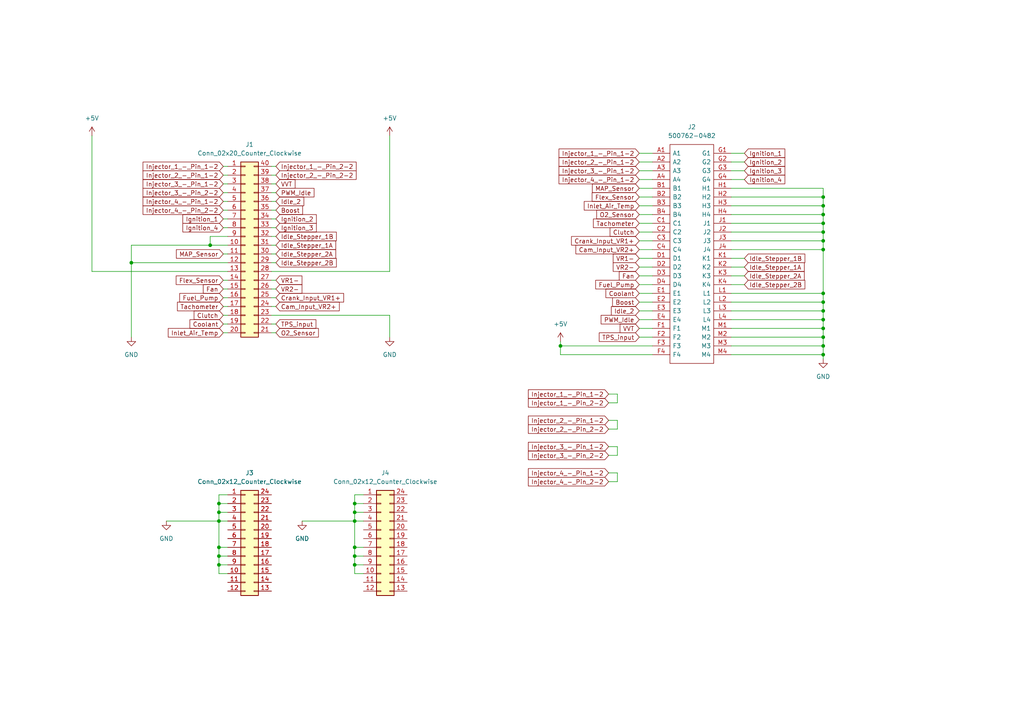
<source format=kicad_sch>
(kicad_sch (version 20210621) (generator eeschema)
  (paper "A4")
  (lib_symbols
    (symbol "Connector_Generic:Conn_02x12_Counter_Clockwise" (pin_names (offset 1.016) hide)
      (property "Reference" "J" (at 1.27 15.24 0))
      (property "Value" "Conn_02x12_Counter_Clockwise" (at 1.27 -17.78 0))
      (symbol "Conn_02x12_Counter_Clockwise_1_1"
        (rectangle (start -1.27 -15.113) (end 0 -15.367) (stroke (width 0.1524)))
        (rectangle (start -1.27 -12.573) (end 0 -12.827) (stroke (width 0.1524)))
        (rectangle (start -1.27 -10.033) (end 0 -10.287) (stroke (width 0.1524)))
        (rectangle (start -1.27 -7.493) (end 0 -7.747) (stroke (width 0.1524)))
        (rectangle (start -1.27 -4.953) (end 0 -5.207) (stroke (width 0.1524)))
        (rectangle (start -1.27 -2.413) (end 0 -2.667) (stroke (width 0.1524)))
        (rectangle (start -1.27 0.127) (end 0 -0.127) (stroke (width 0.1524)))
        (rectangle (start -1.27 2.667) (end 0 2.413) (stroke (width 0.1524)))
        (rectangle (start -1.27 5.207) (end 0 4.953) (stroke (width 0.1524)))
        (rectangle (start -1.27 7.747) (end 0 7.493) (stroke (width 0.1524)))
        (rectangle (start -1.27 10.287) (end 0 10.033) (stroke (width 0.1524)))
        (rectangle (start -1.27 12.827) (end 0 12.573) (stroke (width 0.1524)))
        (rectangle (start -1.27 13.97) (end 3.81 -16.51) (stroke (width 0.254)) (fill (type background)))
        (rectangle (start 3.81 -15.113) (end 2.54 -15.367) (stroke (width 0.1524)))
        (rectangle (start 3.81 -12.573) (end 2.54 -12.827) (stroke (width 0.1524)))
        (rectangle (start 3.81 -10.033) (end 2.54 -10.287) (stroke (width 0.1524)))
        (rectangle (start 3.81 -7.493) (end 2.54 -7.747) (stroke (width 0.1524)))
        (rectangle (start 3.81 -4.953) (end 2.54 -5.207) (stroke (width 0.1524)))
        (rectangle (start 3.81 -2.413) (end 2.54 -2.667) (stroke (width 0.1524)))
        (rectangle (start 3.81 0.127) (end 2.54 -0.127) (stroke (width 0.1524)))
        (rectangle (start 3.81 2.667) (end 2.54 2.413) (stroke (width 0.1524)))
        (rectangle (start 3.81 5.207) (end 2.54 4.953) (stroke (width 0.1524)))
        (rectangle (start 3.81 7.747) (end 2.54 7.493) (stroke (width 0.1524)))
        (rectangle (start 3.81 10.287) (end 2.54 10.033) (stroke (width 0.1524)))
        (rectangle (start 3.81 12.827) (end 2.54 12.573) (stroke (width 0.1524)))
        (pin passive line (at -5.08 12.7 0) (length 3.81) (name "Pin_1") (number "1"))
        (pin passive line (at -5.08 -10.16 0) (length 3.81) (name "Pin_10") (number "10"))
        (pin passive line (at -5.08 -12.7 0) (length 3.81) (name "Pin_11") (number "11"))
        (pin passive line (at -5.08 -15.24 0) (length 3.81) (name "Pin_12") (number "12"))
        (pin passive line (at 7.62 -15.24 180) (length 3.81) (name "Pin_13") (number "13"))
        (pin passive line (at 7.62 -12.7 180) (length 3.81) (name "Pin_14") (number "14"))
        (pin passive line (at 7.62 -10.16 180) (length 3.81) (name "Pin_15") (number "15"))
        (pin passive line (at 7.62 -7.62 180) (length 3.81) (name "Pin_16") (number "16"))
        (pin passive line (at 7.62 -5.08 180) (length 3.81) (name "Pin_17") (number "17"))
        (pin passive line (at 7.62 -2.54 180) (length 3.81) (name "Pin_18") (number "18"))
        (pin passive line (at 7.62 0 180) (length 3.81) (name "Pin_19") (number "19"))
        (pin passive line (at -5.08 10.16 0) (length 3.81) (name "Pin_2") (number "2"))
        (pin passive line (at 7.62 2.54 180) (length 3.81) (name "Pin_20") (number "20"))
        (pin passive line (at 7.62 5.08 180) (length 3.81) (name "Pin_21") (number "21"))
        (pin passive line (at 7.62 7.62 180) (length 3.81) (name "Pin_22") (number "22"))
        (pin passive line (at 7.62 10.16 180) (length 3.81) (name "Pin_23") (number "23"))
        (pin passive line (at 7.62 12.7 180) (length 3.81) (name "Pin_24") (number "24"))
        (pin passive line (at -5.08 7.62 0) (length 3.81) (name "Pin_3") (number "3"))
        (pin passive line (at -5.08 5.08 0) (length 3.81) (name "Pin_4") (number "4"))
        (pin passive line (at -5.08 2.54 0) (length 3.81) (name "Pin_5") (number "5"))
        (pin passive line (at -5.08 0 0) (length 3.81) (name "Pin_6") (number "6"))
        (pin passive line (at -5.08 -2.54 0) (length 3.81) (name "Pin_7") (number "7"))
        (pin passive line (at -5.08 -5.08 0) (length 3.81) (name "Pin_8") (number "8"))
        (pin passive line (at -5.08 -7.62 0) (length 3.81) (name "Pin_9") (number "9"))
      )
    )
    (symbol "Connector_Generic:Conn_02x20_Counter_Clockwise" (pin_names (offset 1.016) hide)
      (property "Reference" "J" (at 1.27 25.4 0))
      (property "Value" "Conn_02x20_Counter_Clockwise" (at 1.27 -27.94 0))
      (symbol "Conn_02x20_Counter_Clockwise_1_1"
        (rectangle (start -1.27 -25.273) (end 0 -25.527) (stroke (width 0.1524)))
        (rectangle (start -1.27 -22.733) (end 0 -22.987) (stroke (width 0.1524)))
        (rectangle (start -1.27 -20.193) (end 0 -20.447) (stroke (width 0.1524)))
        (rectangle (start -1.27 -17.653) (end 0 -17.907) (stroke (width 0.1524)))
        (rectangle (start -1.27 -15.113) (end 0 -15.367) (stroke (width 0.1524)))
        (rectangle (start -1.27 -12.573) (end 0 -12.827) (stroke (width 0.1524)))
        (rectangle (start -1.27 -10.033) (end 0 -10.287) (stroke (width 0.1524)))
        (rectangle (start -1.27 -7.493) (end 0 -7.747) (stroke (width 0.1524)))
        (rectangle (start -1.27 -4.953) (end 0 -5.207) (stroke (width 0.1524)))
        (rectangle (start -1.27 -2.413) (end 0 -2.667) (stroke (width 0.1524)))
        (rectangle (start -1.27 0.127) (end 0 -0.127) (stroke (width 0.1524)))
        (rectangle (start -1.27 2.667) (end 0 2.413) (stroke (width 0.1524)))
        (rectangle (start -1.27 5.207) (end 0 4.953) (stroke (width 0.1524)))
        (rectangle (start -1.27 7.747) (end 0 7.493) (stroke (width 0.1524)))
        (rectangle (start -1.27 10.287) (end 0 10.033) (stroke (width 0.1524)))
        (rectangle (start -1.27 12.827) (end 0 12.573) (stroke (width 0.1524)))
        (rectangle (start -1.27 15.367) (end 0 15.113) (stroke (width 0.1524)))
        (rectangle (start -1.27 17.907) (end 0 17.653) (stroke (width 0.1524)))
        (rectangle (start -1.27 20.447) (end 0 20.193) (stroke (width 0.1524)))
        (rectangle (start -1.27 22.987) (end 0 22.733) (stroke (width 0.1524)))
        (rectangle (start -1.27 24.13) (end 3.81 -26.67) (stroke (width 0.254)) (fill (type background)))
        (rectangle (start 3.81 -25.273) (end 2.54 -25.527) (stroke (width 0.1524)))
        (rectangle (start 3.81 -22.733) (end 2.54 -22.987) (stroke (width 0.1524)))
        (rectangle (start 3.81 -20.193) (end 2.54 -20.447) (stroke (width 0.1524)))
        (rectangle (start 3.81 -17.653) (end 2.54 -17.907) (stroke (width 0.1524)))
        (rectangle (start 3.81 -15.113) (end 2.54 -15.367) (stroke (width 0.1524)))
        (rectangle (start 3.81 -12.573) (end 2.54 -12.827) (stroke (width 0.1524)))
        (rectangle (start 3.81 -10.033) (end 2.54 -10.287) (stroke (width 0.1524)))
        (rectangle (start 3.81 -7.493) (end 2.54 -7.747) (stroke (width 0.1524)))
        (rectangle (start 3.81 -4.953) (end 2.54 -5.207) (stroke (width 0.1524)))
        (rectangle (start 3.81 -2.413) (end 2.54 -2.667) (stroke (width 0.1524)))
        (rectangle (start 3.81 0.127) (end 2.54 -0.127) (stroke (width 0.1524)))
        (rectangle (start 3.81 2.667) (end 2.54 2.413) (stroke (width 0.1524)))
        (rectangle (start 3.81 5.207) (end 2.54 4.953) (stroke (width 0.1524)))
        (rectangle (start 3.81 7.747) (end 2.54 7.493) (stroke (width 0.1524)))
        (rectangle (start 3.81 10.287) (end 2.54 10.033) (stroke (width 0.1524)))
        (rectangle (start 3.81 12.827) (end 2.54 12.573) (stroke (width 0.1524)))
        (rectangle (start 3.81 15.367) (end 2.54 15.113) (stroke (width 0.1524)))
        (rectangle (start 3.81 17.907) (end 2.54 17.653) (stroke (width 0.1524)))
        (rectangle (start 3.81 20.447) (end 2.54 20.193) (stroke (width 0.1524)))
        (rectangle (start 3.81 22.987) (end 2.54 22.733) (stroke (width 0.1524)))
        (pin passive line (at -5.08 22.86 0) (length 3.81) (name "Pin_1") (number "1"))
        (pin passive line (at -5.08 0 0) (length 3.81) (name "Pin_10") (number "10"))
        (pin passive line (at -5.08 -2.54 0) (length 3.81) (name "Pin_11") (number "11"))
        (pin passive line (at -5.08 -5.08 0) (length 3.81) (name "Pin_12") (number "12"))
        (pin passive line (at -5.08 -7.62 0) (length 3.81) (name "Pin_13") (number "13"))
        (pin passive line (at -5.08 -10.16 0) (length 3.81) (name "Pin_14") (number "14"))
        (pin passive line (at -5.08 -12.7 0) (length 3.81) (name "Pin_15") (number "15"))
        (pin passive line (at -5.08 -15.24 0) (length 3.81) (name "Pin_16") (number "16"))
        (pin passive line (at -5.08 -17.78 0) (length 3.81) (name "Pin_17") (number "17"))
        (pin passive line (at -5.08 -20.32 0) (length 3.81) (name "Pin_18") (number "18"))
        (pin passive line (at -5.08 -22.86 0) (length 3.81) (name "Pin_19") (number "19"))
        (pin passive line (at -5.08 20.32 0) (length 3.81) (name "Pin_2") (number "2"))
        (pin passive line (at -5.08 -25.4 0) (length 3.81) (name "Pin_20") (number "20"))
        (pin passive line (at 7.62 -25.4 180) (length 3.81) (name "Pin_21") (number "21"))
        (pin passive line (at 7.62 -22.86 180) (length 3.81) (name "Pin_22") (number "22"))
        (pin passive line (at 7.62 -20.32 180) (length 3.81) (name "Pin_23") (number "23"))
        (pin passive line (at 7.62 -17.78 180) (length 3.81) (name "Pin_24") (number "24"))
        (pin passive line (at 7.62 -15.24 180) (length 3.81) (name "Pin_25") (number "25"))
        (pin passive line (at 7.62 -12.7 180) (length 3.81) (name "Pin_26") (number "26"))
        (pin passive line (at 7.62 -10.16 180) (length 3.81) (name "Pin_27") (number "27"))
        (pin passive line (at 7.62 -7.62 180) (length 3.81) (name "Pin_28") (number "28"))
        (pin passive line (at 7.62 -5.08 180) (length 3.81) (name "Pin_29") (number "29"))
        (pin passive line (at -5.08 17.78 0) (length 3.81) (name "Pin_3") (number "3"))
        (pin passive line (at 7.62 -2.54 180) (length 3.81) (name "Pin_30") (number "30"))
        (pin passive line (at 7.62 0 180) (length 3.81) (name "Pin_31") (number "31"))
        (pin passive line (at 7.62 2.54 180) (length 3.81) (name "Pin_32") (number "32"))
        (pin passive line (at 7.62 5.08 180) (length 3.81) (name "Pin_33") (number "33"))
        (pin passive line (at 7.62 7.62 180) (length 3.81) (name "Pin_34") (number "34"))
        (pin passive line (at 7.62 10.16 180) (length 3.81) (name "Pin_35") (number "35"))
        (pin passive line (at 7.62 12.7 180) (length 3.81) (name "Pin_36") (number "36"))
        (pin passive line (at 7.62 15.24 180) (length 3.81) (name "Pin_37") (number "37"))
        (pin passive line (at 7.62 17.78 180) (length 3.81) (name "Pin_38") (number "38"))
        (pin passive line (at 7.62 20.32 180) (length 3.81) (name "Pin_39") (number "39"))
        (pin passive line (at -5.08 15.24 0) (length 3.81) (name "Pin_4") (number "4"))
        (pin passive line (at 7.62 22.86 180) (length 3.81) (name "Pin_40") (number "40"))
        (pin passive line (at -5.08 12.7 0) (length 3.81) (name "Pin_5") (number "5"))
        (pin passive line (at -5.08 10.16 0) (length 3.81) (name "Pin_6") (number "6"))
        (pin passive line (at -5.08 7.62 0) (length 3.81) (name "Pin_7") (number "7"))
        (pin passive line (at -5.08 5.08 0) (length 3.81) (name "Pin_8") (number "8"))
        (pin passive line (at -5.08 2.54 0) (length 3.81) (name "Pin_9") (number "9"))
      )
    )
    (symbol "SamacSys_Parts:500762-0482" (pin_names (offset 0.762))
      (property "Reference" "J" (at 19.05 7.62 0))
      (property "Value" "500762-0482" (at 19.05 5.08 0))
      (symbol "500762-0482_0_0"
        (pin passive line (at 0 0 0) (length 5.08) (name "A1") (number "A1"))
        (pin passive line (at 0 -2.54 0) (length 5.08) (name "A2") (number "A2"))
        (pin passive line (at 0 -5.08 0) (length 5.08) (name "A3") (number "A3"))
        (pin passive line (at 0 -7.62 0) (length 5.08) (name "A4") (number "A4"))
        (pin passive line (at 0 -10.16 0) (length 5.08) (name "B1") (number "B1"))
        (pin passive line (at 0 -12.7 0) (length 5.08) (name "B2") (number "B2"))
        (pin passive line (at 0 -15.24 0) (length 5.08) (name "B3") (number "B3"))
        (pin passive line (at 0 -17.78 0) (length 5.08) (name "B4") (number "B4"))
        (pin passive line (at 0 -20.32 0) (length 5.08) (name "C1") (number "C1"))
        (pin passive line (at 0 -22.86 0) (length 5.08) (name "C2") (number "C2"))
        (pin passive line (at 0 -25.4 0) (length 5.08) (name "C3") (number "C3"))
        (pin passive line (at 0 -27.94 0) (length 5.08) (name "C4") (number "C4"))
        (pin passive line (at 0 -30.48 0) (length 5.08) (name "D1") (number "D1"))
        (pin passive line (at 0 -33.02 0) (length 5.08) (name "D2") (number "D2"))
        (pin passive line (at 0 -35.56 0) (length 5.08) (name "D3") (number "D3"))
        (pin passive line (at 0 -38.1 0) (length 5.08) (name "D4") (number "D4"))
        (pin passive line (at 0 -40.64 0) (length 5.08) (name "E1") (number "E1"))
        (pin passive line (at 0 -43.18 0) (length 5.08) (name "E2") (number "E2"))
        (pin passive line (at 0 -45.72 0) (length 5.08) (name "E3") (number "E3"))
        (pin passive line (at 0 -48.26 0) (length 5.08) (name "E4") (number "E4"))
        (pin passive line (at 0 -50.8 0) (length 5.08) (name "F1") (number "F1"))
        (pin passive line (at 0 -53.34 0) (length 5.08) (name "F2") (number "F2"))
        (pin passive line (at 0 -55.88 0) (length 5.08) (name "F3") (number "F3"))
        (pin passive line (at 0 -58.42 0) (length 5.08) (name "F4") (number "F4"))
        (pin passive line (at 22.86 0 180) (length 5.08) (name "G1") (number "G1"))
        (pin passive line (at 22.86 -2.54 180) (length 5.08) (name "G2") (number "G2"))
        (pin passive line (at 22.86 -5.08 180) (length 5.08) (name "G3") (number "G3"))
        (pin passive line (at 22.86 -7.62 180) (length 5.08) (name "G4") (number "G4"))
        (pin passive line (at 22.86 -10.16 180) (length 5.08) (name "H1") (number "H1"))
        (pin passive line (at 22.86 -12.7 180) (length 5.08) (name "H2") (number "H2"))
        (pin passive line (at 22.86 -15.24 180) (length 5.08) (name "H3") (number "H3"))
        (pin passive line (at 22.86 -17.78 180) (length 5.08) (name "H4") (number "H4"))
        (pin passive line (at 22.86 -20.32 180) (length 5.08) (name "J1") (number "J1"))
        (pin passive line (at 22.86 -22.86 180) (length 5.08) (name "J2") (number "J2"))
        (pin passive line (at 22.86 -25.4 180) (length 5.08) (name "J3") (number "J3"))
        (pin passive line (at 22.86 -27.94 180) (length 5.08) (name "J4") (number "J4"))
        (pin passive line (at 22.86 -30.48 180) (length 5.08) (name "K1") (number "K1"))
        (pin passive line (at 22.86 -33.02 180) (length 5.08) (name "K2") (number "K2"))
        (pin passive line (at 22.86 -35.56 180) (length 5.08) (name "K3") (number "K3"))
        (pin passive line (at 22.86 -38.1 180) (length 5.08) (name "K4") (number "K4"))
        (pin passive line (at 22.86 -40.64 180) (length 5.08) (name "L1") (number "L1"))
        (pin passive line (at 22.86 -43.18 180) (length 5.08) (name "L2") (number "L2"))
        (pin passive line (at 22.86 -45.72 180) (length 5.08) (name "L3") (number "L3"))
        (pin passive line (at 22.86 -48.26 180) (length 5.08) (name "L4") (number "L4"))
        (pin passive line (at 22.86 -50.8 180) (length 5.08) (name "M1") (number "M1"))
        (pin passive line (at 22.86 -53.34 180) (length 5.08) (name "M2") (number "M2"))
        (pin passive line (at 22.86 -55.88 180) (length 5.08) (name "M3") (number "M3"))
        (pin passive line (at 22.86 -58.42 180) (length 5.08) (name "M4") (number "M4"))
      )
      (symbol "500762-0482_0_1"
        (polyline (pts (xy 5.08 2.54) (xy 17.78 2.54) (xy 17.78 -60.96) (xy 5.08 -60.96) (xy 5.08 2.54)) (stroke (width 0.1524)))
      )
    )
    (symbol "power:+5V" (power) (pin_names (offset 0))
      (property "Value" "+5V" (at 0 3.556 0))
      (symbol "+5V_0_1"
        (polyline (pts (xy -0.762 1.27) (xy 0 2.54)))
        (polyline (pts (xy 0 0) (xy 0 2.54)))
        (polyline (pts (xy 0 2.54) (xy 0.762 1.27)))
      )
      (symbol "+5V_1_1"
        (pin power_in line (at 0 0 90) (length 0) hide (name "+5V") (number "1"))
      )
    )
    (symbol "power:GND" (power) (pin_names (offset 0))
      (property "Value" "GND" (at 0 -3.81 0))
      (symbol "GND_0_1"
        (polyline (pts (xy 0 0) (xy 0 -1.27) (xy 1.27 -1.27) (xy 0 -2.54) (xy -1.27 -1.27) (xy 0 -1.27)))
      )
      (symbol "GND_1_1"
        (pin power_in line (at 0 0 270) (length 0) hide (name "GND") (number "1"))
      )
    )
  )
  (junction (at 102.87 161.29))
  (junction (at 102.87 146.05))
  (junction (at 63.5 161.29))
  (junction (at 60.96 71.12))
  (junction (at 238.76 102.87))
  (junction (at 102.87 163.83))
  (junction (at 238.76 90.17))
  (junction (at 63.5 163.83))
  (junction (at 238.76 87.63))
  (junction (at 238.76 64.77))
  (junction (at 38.1 76.2))
  (junction (at 63.5 158.75))
  (junction (at 238.76 72.39))
  (junction (at 238.76 69.85))
  (junction (at 238.76 57.15))
  (junction (at 63.5 148.59))
  (junction (at 238.76 67.31))
  (junction (at 238.76 92.71))
  (junction (at 238.76 95.25))
  (junction (at 102.87 151.13))
  (junction (at 102.87 158.75))
  (junction (at 63.5 146.05))
  (junction (at 238.76 100.33))
  (junction (at 162.56 100.33))
  (junction (at 238.76 59.69))
  (junction (at 63.5 151.13))
  (junction (at 102.87 148.59))
  (junction (at 238.76 97.79))
  (junction (at 238.76 62.23))
  (junction (at 238.76 85.09))
  (wire (pts (xy 64.77 48.26) (xy 66.04 48.26)))
  (wire (pts (xy 212.09 57.15) (xy 238.76 57.15)))
  (wire (pts (xy 64.77 53.34) (xy 66.04 53.34)))
  (wire (pts (xy 63.5 146.05) (xy 66.04 146.05)))
  (wire (pts (xy 212.09 69.85) (xy 238.76 69.85)))
  (wire (pts (xy 66.04 68.58) (xy 60.96 68.58)))
  (wire (pts (xy 60.96 71.12) (xy 38.1 71.12)))
  (wire (pts (xy 38.1 71.12) (xy 38.1 76.2)))
  (wire (pts (xy 60.96 68.58) (xy 60.96 71.12)))
  (wire (pts (xy 102.87 151.13) (xy 102.87 148.59)))
  (wire (pts (xy 102.87 151.13) (xy 105.41 151.13)))
  (wire (pts (xy 212.09 52.07) (xy 215.9 52.07)))
  (wire (pts (xy 185.42 67.31) (xy 189.23 67.31)))
  (wire (pts (xy 162.56 100.33) (xy 162.56 102.87)))
  (wire (pts (xy 162.56 99.06) (xy 162.56 100.33)))
  (wire (pts (xy 189.23 100.33) (xy 162.56 100.33)))
  (wire (pts (xy 78.74 55.88) (xy 80.01 55.88)))
  (wire (pts (xy 185.42 52.07) (xy 189.23 52.07)))
  (wire (pts (xy 212.09 44.45) (xy 215.9 44.45)))
  (wire (pts (xy 102.87 146.05) (xy 105.41 146.05)))
  (wire (pts (xy 78.74 60.96) (xy 80.01 60.96)))
  (wire (pts (xy 78.74 53.34) (xy 80.01 53.34)))
  (wire (pts (xy 105.41 166.37) (xy 102.87 166.37)))
  (wire (pts (xy 102.87 163.83) (xy 102.87 166.37)))
  (wire (pts (xy 102.87 161.29) (xy 102.87 163.83)))
  (wire (pts (xy 64.77 55.88) (xy 66.04 55.88)))
  (wire (pts (xy 63.5 163.83) (xy 66.04 163.83)))
  (wire (pts (xy 78.74 71.12) (xy 80.01 71.12)))
  (wire (pts (xy 212.09 80.01) (xy 215.9 80.01)))
  (wire (pts (xy 212.09 64.77) (xy 238.76 64.77)))
  (wire (pts (xy 63.5 158.75) (xy 66.04 158.75)))
  (wire (pts (xy 185.42 87.63) (xy 189.23 87.63)))
  (wire (pts (xy 212.09 85.09) (xy 238.76 85.09)))
  (wire (pts (xy 238.76 67.31) (xy 238.76 69.85)))
  (wire (pts (xy 238.76 69.85) (xy 238.76 72.39)))
  (wire (pts (xy 238.76 59.69) (xy 238.76 62.23)))
  (wire (pts (xy 238.76 62.23) (xy 238.76 64.77)))
  (wire (pts (xy 238.76 64.77) (xy 238.76 67.31)))
  (wire (pts (xy 238.76 57.15) (xy 238.76 59.69)))
  (wire (pts (xy 212.09 54.61) (xy 238.76 54.61)))
  (wire (pts (xy 238.76 54.61) (xy 238.76 57.15)))
  (wire (pts (xy 189.23 102.87) (xy 162.56 102.87)))
  (wire (pts (xy 102.87 143.51) (xy 105.41 143.51)))
  (wire (pts (xy 185.42 77.47) (xy 189.23 77.47)))
  (wire (pts (xy 212.09 67.31) (xy 238.76 67.31)))
  (wire (pts (xy 78.74 83.82) (xy 80.01 83.82)))
  (wire (pts (xy 102.87 146.05) (xy 102.87 143.51)))
  (wire (pts (xy 64.77 86.36) (xy 66.04 86.36)))
  (wire (pts (xy 176.53 114.3) (xy 179.07 114.3)))
  (wire (pts (xy 179.07 114.3) (xy 179.07 116.84)))
  (wire (pts (xy 176.53 116.84) (xy 179.07 116.84)))
  (wire (pts (xy 64.77 91.44) (xy 66.04 91.44)))
  (wire (pts (xy 64.77 93.98) (xy 66.04 93.98)))
  (wire (pts (xy 185.42 44.45) (xy 189.23 44.45)))
  (wire (pts (xy 212.09 90.17) (xy 238.76 90.17)))
  (wire (pts (xy 185.42 59.69) (xy 189.23 59.69)))
  (wire (pts (xy 185.42 82.55) (xy 189.23 82.55)))
  (wire (pts (xy 212.09 95.25) (xy 238.76 95.25)))
  (wire (pts (xy 212.09 82.55) (xy 215.9 82.55)))
  (wire (pts (xy 212.09 49.53) (xy 215.9 49.53)))
  (wire (pts (xy 212.09 62.23) (xy 238.76 62.23)))
  (wire (pts (xy 63.5 148.59) (xy 66.04 148.59)))
  (wire (pts (xy 185.42 57.15) (xy 189.23 57.15)))
  (wire (pts (xy 212.09 92.71) (xy 238.76 92.71)))
  (wire (pts (xy 87.63 151.13) (xy 102.87 151.13)))
  (wire (pts (xy 212.09 46.99) (xy 215.9 46.99)))
  (wire (pts (xy 102.87 148.59) (xy 102.87 146.05)))
  (wire (pts (xy 78.74 48.26) (xy 80.01 48.26)))
  (wire (pts (xy 212.09 100.33) (xy 238.76 100.33)))
  (wire (pts (xy 78.74 96.52) (xy 80.01 96.52)))
  (wire (pts (xy 64.77 83.82) (xy 66.04 83.82)))
  (wire (pts (xy 212.09 97.79) (xy 238.76 97.79)))
  (wire (pts (xy 64.77 96.52) (xy 66.04 96.52)))
  (wire (pts (xy 185.42 90.17) (xy 189.23 90.17)))
  (wire (pts (xy 176.53 121.92) (xy 179.07 121.92)))
  (wire (pts (xy 179.07 121.92) (xy 179.07 124.46)))
  (wire (pts (xy 176.53 124.46) (xy 179.07 124.46)))
  (wire (pts (xy 185.42 95.25) (xy 189.23 95.25)))
  (wire (pts (xy 185.42 92.71) (xy 189.23 92.71)))
  (wire (pts (xy 212.09 87.63) (xy 238.76 87.63)))
  (wire (pts (xy 38.1 76.2) (xy 66.04 76.2)))
  (wire (pts (xy 78.74 66.04) (xy 80.01 66.04)))
  (wire (pts (xy 185.42 64.77) (xy 189.23 64.77)))
  (wire (pts (xy 238.76 97.79) (xy 238.76 100.33)))
  (wire (pts (xy 238.76 95.25) (xy 238.76 97.79)))
  (wire (pts (xy 238.76 100.33) (xy 238.76 102.87)))
  (wire (pts (xy 212.09 102.87) (xy 238.76 102.87)))
  (wire (pts (xy 212.09 59.69) (xy 238.76 59.69)))
  (wire (pts (xy 78.74 88.9) (xy 80.01 88.9)))
  (wire (pts (xy 185.42 62.23) (xy 189.23 62.23)))
  (wire (pts (xy 64.77 50.8) (xy 66.04 50.8)))
  (wire (pts (xy 64.77 58.42) (xy 66.04 58.42)))
  (wire (pts (xy 78.74 63.5) (xy 80.01 63.5)))
  (wire (pts (xy 102.87 151.13) (xy 102.87 158.75)))
  (wire (pts (xy 105.41 158.75) (xy 102.87 158.75)))
  (wire (pts (xy 78.74 81.28) (xy 80.01 81.28)))
  (wire (pts (xy 185.42 69.85) (xy 189.23 69.85)))
  (wire (pts (xy 66.04 166.37) (xy 63.5 166.37)))
  (wire (pts (xy 63.5 163.83) (xy 63.5 166.37)))
  (wire (pts (xy 63.5 161.29) (xy 63.5 163.83)))
  (wire (pts (xy 64.77 88.9) (xy 66.04 88.9)))
  (wire (pts (xy 113.03 91.44) (xy 78.74 91.44)))
  (wire (pts (xy 113.03 97.79) (xy 113.03 91.44)))
  (wire (pts (xy 64.77 66.04) (xy 66.04 66.04)))
  (wire (pts (xy 78.74 50.8) (xy 80.01 50.8)))
  (wire (pts (xy 60.96 71.12) (xy 66.04 71.12)))
  (wire (pts (xy 176.53 139.7) (xy 179.07 139.7)))
  (wire (pts (xy 176.53 137.16) (xy 179.07 137.16)))
  (wire (pts (xy 179.07 137.16) (xy 179.07 139.7)))
  (wire (pts (xy 113.03 39.37) (xy 113.03 78.74)))
  (wire (pts (xy 113.03 78.74) (xy 78.74 78.74)))
  (wire (pts (xy 63.5 158.75) (xy 63.5 151.13)))
  (wire (pts (xy 63.5 161.29) (xy 63.5 158.75)))
  (wire (pts (xy 66.04 161.29) (xy 63.5 161.29)))
  (wire (pts (xy 185.42 85.09) (xy 189.23 85.09)))
  (wire (pts (xy 185.42 49.53) (xy 189.23 49.53)))
  (wire (pts (xy 212.09 77.47) (xy 215.9 77.47)))
  (wire (pts (xy 185.42 72.39) (xy 189.23 72.39)))
  (wire (pts (xy 185.42 97.79) (xy 189.23 97.79)))
  (wire (pts (xy 64.77 63.5) (xy 66.04 63.5)))
  (wire (pts (xy 105.41 161.29) (xy 102.87 161.29)))
  (wire (pts (xy 102.87 161.29) (xy 102.87 158.75)))
  (wire (pts (xy 78.74 76.2) (xy 80.01 76.2)))
  (wire (pts (xy 64.77 81.28) (xy 66.04 81.28)))
  (wire (pts (xy 78.74 93.98) (xy 80.01 93.98)))
  (wire (pts (xy 78.74 68.58) (xy 80.01 68.58)))
  (wire (pts (xy 78.74 86.36) (xy 80.01 86.36)))
  (wire (pts (xy 179.07 129.54) (xy 179.07 132.08)))
  (wire (pts (xy 176.53 132.08) (xy 179.07 132.08)))
  (wire (pts (xy 176.53 129.54) (xy 179.07 129.54)))
  (wire (pts (xy 64.77 73.66) (xy 66.04 73.66)))
  (wire (pts (xy 185.42 80.01) (xy 189.23 80.01)))
  (wire (pts (xy 238.76 90.17) (xy 238.76 92.71)))
  (wire (pts (xy 238.76 87.63) (xy 238.76 90.17)))
  (wire (pts (xy 238.76 85.09) (xy 238.76 87.63)))
  (wire (pts (xy 238.76 92.71) (xy 238.76 95.25)))
  (wire (pts (xy 238.76 104.14) (xy 238.76 102.87)))
  (wire (pts (xy 38.1 97.79) (xy 38.1 76.2)))
  (wire (pts (xy 185.42 74.93) (xy 189.23 74.93)))
  (wire (pts (xy 185.42 54.61) (xy 189.23 54.61)))
  (wire (pts (xy 102.87 148.59) (xy 105.41 148.59)))
  (wire (pts (xy 212.09 74.93) (xy 215.9 74.93)))
  (wire (pts (xy 63.5 146.05) (xy 63.5 143.51)))
  (wire (pts (xy 63.5 148.59) (xy 63.5 146.05)))
  (wire (pts (xy 48.26 151.13) (xy 63.5 151.13)))
  (wire (pts (xy 63.5 143.51) (xy 66.04 143.51)))
  (wire (pts (xy 63.5 151.13) (xy 63.5 148.59)))
  (wire (pts (xy 102.87 163.83) (xy 105.41 163.83)))
  (wire (pts (xy 64.77 60.96) (xy 66.04 60.96)))
  (wire (pts (xy 238.76 72.39) (xy 238.76 85.09)))
  (wire (pts (xy 212.09 72.39) (xy 238.76 72.39)))
  (wire (pts (xy 185.42 46.99) (xy 189.23 46.99)))
  (wire (pts (xy 66.04 78.74) (xy 26.67 78.74)))
  (wire (pts (xy 26.67 78.74) (xy 26.67 39.37)))
  (wire (pts (xy 78.74 58.42) (xy 80.01 58.42)))
  (wire (pts (xy 78.74 73.66) (xy 80.01 73.66)))
  (wire (pts (xy 63.5 151.13) (xy 66.04 151.13)))
  (global_label "MAP_Sensor" (shape input) (at 64.77 73.66 180) (property "Intersheet References" "${INTERSHEET_REFS}" (effects hide)))
  (global_label "Crank_Input_VR1+" (shape input) (at 185.42 69.85 180) (property "Intersheet References" "${INTERSHEET_REFS}" (effects hide)))
  (global_label "Fuel_Pump" (shape input) (at 64.77 86.36 180) (property "Intersheet References" "${INTERSHEET_REFS}" (effects hide)))
  (global_label "Injector_3_-_Pin_2-2" (shape input) (at 176.53 132.08 180) (property "Intersheet References" "${INTERSHEET_REFS}" (effects hide)))
  (global_label "Ignition_2" (shape input) (at 80.01 63.5 0) (property "Intersheet References" "${INTERSHEET_REFS}" (effects hide)))
  (global_label "Ignition_2" (shape input) (at 215.9 46.99 0) (property "Intersheet References" "${INTERSHEET_REFS}" (effects hide)))
  (global_label "Idle_Stepper_1A" (shape input) (at 215.9 77.47 0) (property "Intersheet References" "${INTERSHEET_REFS}" (effects hide)))
  (global_label "Ignition_1" (shape input) (at 64.77 63.5 180) (property "Intersheet References" "${INTERSHEET_REFS}" (effects hide)))
  (global_label "Coolant" (shape input) (at 185.42 85.09 180) (property "Intersheet References" "${INTERSHEET_REFS}" (effects hide)))
  (global_label "Injector_3_-_Pin_1-2" (shape input) (at 64.77 53.34 180) (property "Intersheet References" "${INTERSHEET_REFS}" (effects hide)))
  (global_label "VVT" (shape input) (at 185.42 95.25 180) (property "Intersheet References" "${INTERSHEET_REFS}" (effects hide)))
  (global_label "Idle_Stepper_1B" (shape input) (at 80.01 68.58 0) (property "Intersheet References" "${INTERSHEET_REFS}" (effects hide)))
  (global_label "Injector_3_-_Pin_1-2" (shape input) (at 176.53 129.54 180) (property "Intersheet References" "${INTERSHEET_REFS}" (effects hide)))
  (global_label "Tachometer" (shape input) (at 64.77 88.9 180) (property "Intersheet References" "${INTERSHEET_REFS}" (effects hide)))
  (global_label "PWM_Idle" (shape input) (at 80.01 55.88 0) (property "Intersheet References" "${INTERSHEET_REFS}" (effects hide)))
  (global_label "Injector_3_-_Pin_1-2" (shape input) (at 185.42 49.53 180) (property "Intersheet References" "${INTERSHEET_REFS}" (effects hide)))
  (global_label "Idle_Stepper_2A" (shape input) (at 215.9 80.01 0) (property "Intersheet References" "${INTERSHEET_REFS}" (effects hide)))
  (global_label "Flex_Sensor" (shape input) (at 185.42 57.15 180) (property "Intersheet References" "${INTERSHEET_REFS}" (effects hide)))
  (global_label "Injector_2_-_Pin_2-2" (shape input) (at 80.01 50.8 0) (property "Intersheet References" "${INTERSHEET_REFS}" (effects hide)))
  (global_label "Fuel_Pump" (shape input) (at 185.42 82.55 180) (property "Intersheet References" "${INTERSHEET_REFS}" (effects hide)))
  (global_label "Injector_2_-_Pin_2-2" (shape input) (at 176.53 124.46 180) (property "Intersheet References" "${INTERSHEET_REFS}" (effects hide)))
  (global_label "Clutch" (shape input) (at 185.42 67.31 180) (property "Intersheet References" "${INTERSHEET_REFS}" (effects hide)))
  (global_label "Ignition_4" (shape input) (at 215.9 52.07 0) (property "Intersheet References" "${INTERSHEET_REFS}" (effects hide)))
  (global_label "Injector_3_-_Pin_2-2" (shape input) (at 64.77 55.88 180) (property "Intersheet References" "${INTERSHEET_REFS}" (effects hide)))
  (global_label "Flex_Sensor" (shape input) (at 64.77 81.28 180) (property "Intersheet References" "${INTERSHEET_REFS}" (effects hide)))
  (global_label "VR2-" (shape input) (at 185.42 77.47 180) (property "Intersheet References" "${INTERSHEET_REFS}" (effects hide)))
  (global_label "O2_Sensor" (shape input) (at 185.42 62.23 180) (property "Intersheet References" "${INTERSHEET_REFS}" (effects hide)))
  (global_label "Idle_2" (shape input) (at 80.01 58.42 0) (property "Intersheet References" "${INTERSHEET_REFS}" (effects hide)))
  (global_label "O2_Sensor" (shape input) (at 80.01 96.52 0) (property "Intersheet References" "${INTERSHEET_REFS}" (effects hide)))
  (global_label "Idle_2" (shape input) (at 185.42 90.17 180) (property "Intersheet References" "${INTERSHEET_REFS}" (effects hide)))
  (global_label "Injector_4_-_Pin_1-2" (shape input) (at 64.77 58.42 180) (property "Intersheet References" "${INTERSHEET_REFS}" (effects hide)))
  (global_label "Ignition_4" (shape input) (at 64.77 66.04 180) (property "Intersheet References" "${INTERSHEET_REFS}" (effects hide)))
  (global_label "TPS_input" (shape input) (at 185.42 97.79 180) (property "Intersheet References" "${INTERSHEET_REFS}" (effects hide)))
  (global_label "Fan" (shape input) (at 64.77 83.82 180) (property "Intersheet References" "${INTERSHEET_REFS}" (effects hide)))
  (global_label "Injector_1_-_Pin_2-2" (shape input) (at 176.53 116.84 180) (property "Intersheet References" "${INTERSHEET_REFS}" (effects hide)))
  (global_label "PWM_Idle" (shape input) (at 185.42 92.71 180) (property "Intersheet References" "${INTERSHEET_REFS}" (effects hide)))
  (global_label "Injector_2_-_Pin_1-2" (shape input) (at 176.53 121.92 180) (property "Intersheet References" "${INTERSHEET_REFS}" (effects hide)))
  (global_label "Crank_Input_VR1+" (shape input) (at 80.01 86.36 0) (property "Intersheet References" "${INTERSHEET_REFS}" (effects hide)))
  (global_label "Idle_Stepper_2A" (shape input) (at 80.01 73.66 0) (property "Intersheet References" "${INTERSHEET_REFS}" (effects hide)))
  (global_label "Idle_Stepper_2B" (shape input) (at 215.9 82.55 0) (property "Intersheet References" "${INTERSHEET_REFS}" (effects hide)))
  (global_label "Injector_1_-_Pin_1-2" (shape input) (at 185.42 44.45 180) (property "Intersheet References" "${INTERSHEET_REFS}" (effects hide)))
  (global_label "Injector_1_-_Pin_1-2" (shape input) (at 176.53 114.3 180) (property "Intersheet References" "${INTERSHEET_REFS}" (effects hide)))
  (global_label "Fan" (shape input) (at 185.42 80.01 180) (property "Intersheet References" "${INTERSHEET_REFS}" (effects hide)))
  (global_label "Boost" (shape input) (at 185.42 87.63 180) (property "Intersheet References" "${INTERSHEET_REFS}" (effects hide)))
  (global_label "Inlet_Air_Temp" (shape input) (at 64.77 96.52 180) (property "Intersheet References" "${INTERSHEET_REFS}" (effects hide)))
  (global_label "Injector_1_-_Pin_2-2" (shape input) (at 80.01 48.26 0) (property "Intersheet References" "${INTERSHEET_REFS}" (effects hide)))
  (global_label "Injector_4_-_Pin_2-2" (shape input) (at 64.77 60.96 180) (property "Intersheet References" "${INTERSHEET_REFS}" (effects hide)))
  (global_label "VR1-" (shape input) (at 185.42 74.93 180) (property "Intersheet References" "${INTERSHEET_REFS}" (effects hide)))
  (global_label "Injector_4_-_Pin_1-2" (shape input) (at 176.53 137.16 180) (property "Intersheet References" "${INTERSHEET_REFS}" (effects hide)))
  (global_label "Tachometer" (shape input) (at 185.42 64.77 180) (property "Intersheet References" "${INTERSHEET_REFS}" (effects hide)))
  (global_label "Boost" (shape input) (at 80.01 60.96 0) (property "Intersheet References" "${INTERSHEET_REFS}" (effects hide)))
  (global_label "Ignition_3" (shape input) (at 215.9 49.53 0) (property "Intersheet References" "${INTERSHEET_REFS}" (effects hide)))
  (global_label "Injector_4_-_Pin_1-2" (shape input) (at 185.42 52.07 180) (property "Intersheet References" "${INTERSHEET_REFS}" (effects hide)))
  (global_label "Injector_2_-_Pin_1-2" (shape input) (at 185.42 46.99 180) (property "Intersheet References" "${INTERSHEET_REFS}" (effects hide)))
  (global_label "Cam_Input_VR2+" (shape input) (at 185.42 72.39 180) (property "Intersheet References" "${INTERSHEET_REFS}" (effects hide)))
  (global_label "TPS_input" (shape input) (at 80.01 93.98 0) (property "Intersheet References" "${INTERSHEET_REFS}" (effects hide)))
  (global_label "Injector_1_-_Pin_1-2" (shape input) (at 64.77 48.26 180) (property "Intersheet References" "${INTERSHEET_REFS}" (effects hide)))
  (global_label "Coolant" (shape input) (at 64.77 93.98 180) (property "Intersheet References" "${INTERSHEET_REFS}" (effects hide)))
  (global_label "Idle_Stepper_1A" (shape input) (at 80.01 71.12 0) (property "Intersheet References" "${INTERSHEET_REFS}" (effects hide)))
  (global_label "VVT" (shape input) (at 80.01 53.34 0) (property "Intersheet References" "${INTERSHEET_REFS}" (effects hide)))
  (global_label "Cam_Input_VR2+" (shape input) (at 80.01 88.9 0) (property "Intersheet References" "${INTERSHEET_REFS}" (effects hide)))
  (global_label "Injector_4_-_Pin_2-2" (shape input) (at 176.53 139.7 180) (property "Intersheet References" "${INTERSHEET_REFS}" (effects hide)))
  (global_label "Ignition_3" (shape input) (at 80.01 66.04 0) (property "Intersheet References" "${INTERSHEET_REFS}" (effects hide)))
  (global_label "Idle_Stepper_1B" (shape input) (at 215.9 74.93 0) (property "Intersheet References" "${INTERSHEET_REFS}" (effects hide)))
  (global_label "Injector_2_-_Pin_1-2" (shape input) (at 64.77 50.8 180) (property "Intersheet References" "${INTERSHEET_REFS}" (effects hide)))
  (global_label "VR2-" (shape input) (at 80.01 83.82 0) (property "Intersheet References" "${INTERSHEET_REFS}" (effects hide)))
  (global_label "VR1-" (shape input) (at 80.01 81.28 0) (property "Intersheet References" "${INTERSHEET_REFS}" (effects hide)))
  (global_label "Inlet_Air_Temp" (shape input) (at 185.42 59.69 180) (property "Intersheet References" "${INTERSHEET_REFS}" (effects hide)))
  (global_label "Ignition_1" (shape input) (at 215.9 44.45 0) (property "Intersheet References" "${INTERSHEET_REFS}" (effects hide)))
  (global_label "Clutch" (shape input) (at 64.77 91.44 180) (property "Intersheet References" "${INTERSHEET_REFS}" (effects hide)))
  (global_label "Idle_Stepper_2B" (shape input) (at 80.01 76.2 0) (property "Intersheet References" "${INTERSHEET_REFS}" (effects hide)))
  (global_label "MAP_Sensor" (shape input) (at 185.42 54.61 180) (property "Intersheet References" "${INTERSHEET_REFS}" (effects hide)))
  (symbol (lib_id "power:GND") (at 38.1 97.79 0) (unit 1)
    (property "Reference" "#PWR0103" (effects hide))
    (property "Value" "GND" (at 38.1 102.87 0))
  )
  (symbol (lib_id "Connector_Generic:Conn_02x20_Counter_Clockwise") (at 71.12 71.12 0) (unit 1) (in_bom no) (on_board no)
    (property "Reference" "J1" (at 72.39 41.91 0))
    (property "Value" "Conn_02x20_Counter_Clockwise" (at 72.39 44.45 0))
    (property "Footprint" "Connector_PinSocket_2.54mm:PinSocket_2x20_P2.54mm_Vertical" (effects hide))
  )
  (symbol (lib_id "Connector_Generic:Conn_02x12_Counter_Clockwise") (at 110.49 156.21 0) (unit 1)
    (property "Reference" "J4" (at 111.76 137.16 0))
    (property "Value" "Conn_02x12_Counter_Clockwise" (at 111.76 139.7 0))
    (property "Footprint" "Connector_PinHeader_2.54mm:PinHeader_2x12_P2.54mm_Vertical" (effects hide))
  )
  (symbol (lib_id "power:+5V") (at 26.67 39.37 0) (unit 1)
    (property "Reference" "#PWR0104" (effects hide))
    (property "Value" "+5V" (at 26.67 34.29 0))
  )
  (symbol (lib_id "power:GND") (at 48.26 151.13 0) (unit 1)
    (property "Reference" "#PWR0108" (effects hide))
    (property "Value" "GND" (at 48.26 156.21 0))
  )
  (symbol (lib_id "Connector_Generic:Conn_02x12_Counter_Clockwise") (at 71.12 156.21 0) (unit 1)
    (property "Reference" "J3" (at 72.39 137.16 0))
    (property "Value" "Conn_02x12_Counter_Clockwise" (at 72.39 139.7 0))
    (property "Footprint" "Connector_PinHeader_2.54mm:PinHeader_2x12_P2.54mm_Vertical" (effects hide))
  )
  (symbol (lib_id "power:+5V") (at 113.03 39.37 0) (unit 1)
    (property "Reference" "#PWR0101" (effects hide))
    (property "Value" "+5V" (at 113.03 34.29 0))
  )
  (symbol (lib_id "power:GND") (at 87.63 151.13 0) (unit 1)
    (property "Reference" "#PWR0107" (effects hide))
    (property "Value" "GND" (at 87.63 156.21 0))
  )
  (symbol (lib_id "power:+5V") (at 162.56 99.06 0) (unit 1)
    (property "Reference" "#PWR0106" (effects hide))
    (property "Value" "+5V" (at 162.56 93.98 0))
  )
  (symbol (lib_id "power:GND") (at 113.03 97.79 0) (unit 1)
    (property "Reference" "#PWR0102" (effects hide))
    (property "Value" "GND" (at 113.03 102.87 0))
  )
  (symbol (lib_id "SamacSys_Parts:500762-0482") (at 189.23 44.45 0) (unit 1)
    (property "Reference" "J2" (at 200.66 36.83 0))
    (property "Value" "500762-0482" (at 200.66 39.37 0))
    (property "Footprint" "5007620482" (effects hide))
    (property "Datasheet" "https://www.molex.com/pdm_docs/sd/5007620482_sd.pdf" (effects hide))
    (property "Description" "CMC HEADER ASSY 48PIN FOR GENERAL - Bulk" (effects hide))
    (property "Height" "27.25" (effects hide))
    (property "Mouser Part Number" "538-500762-0482" (effects hide))
    (property "Mouser Price/Stock" "https://www.mouser.co.uk/ProductDetail/Molex/500762-0482?qs=5aG0NVq1C4y8j%2F26NmtcVw%3D%3D" (effects hide))
    (property "Manufacturer_Name" "Molex" (effects hide))
    (property "Manufacturer_Part_Number" "500762-0482" (effects hide))
  )
  (symbol (lib_id "power:GND") (at 238.76 104.14 0) (unit 1)
    (property "Reference" "#PWR0105" (effects hide))
    (property "Value" "GND" (at 238.76 109.22 0))
  )
)
</source>
